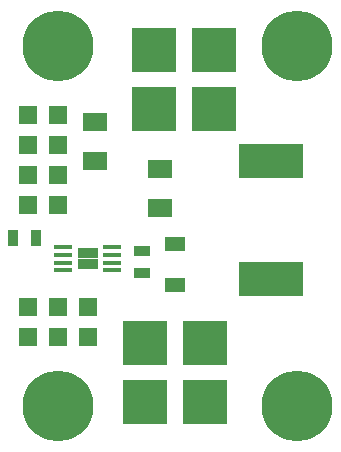
<source format=gbr>
G04 #@! TF.FileFunction,Soldermask,Bot*
%FSLAX46Y46*%
G04 Gerber Fmt 4.6, Leading zero omitted, Abs format (unit mm)*
G04 Created by KiCad (PCBNEW (2015-05-13 BZR 5653)-product) date 7. 1. 2016 10:07:51*
%MOMM*%
G01*
G04 APERTURE LIST*
%ADD10C,0.300000*%
%ADD11R,1.524000X1.524000*%
%ADD12R,1.397000X0.889000*%
%ADD13R,1.699260X1.300480*%
%ADD14R,3.810000X3.810000*%
%ADD15R,5.500000X3.000000*%
%ADD16C,6.000000*%
%ADD17R,0.889000X1.397000*%
%ADD18R,1.550000X0.420000*%
%ADD19R,0.840000X0.940000*%
%ADD20R,2.032000X1.524000*%
G04 APERTURE END LIST*
D10*
D11*
X129540000Y-96266000D03*
X127000000Y-96266000D03*
X132080000Y-93726000D03*
X132080000Y-96266000D03*
D12*
X136652000Y-88963500D03*
X136652000Y-90868500D03*
D13*
X139446000Y-91920060D03*
X139446000Y-88419940D03*
D14*
X136906000Y-101774000D03*
X136906000Y-96774000D03*
X141986000Y-101774000D03*
X141986000Y-96774000D03*
D11*
X127000000Y-77470000D03*
X129540000Y-77470000D03*
X127000000Y-80010000D03*
X129540000Y-80010000D03*
X127000000Y-82550000D03*
X129540000Y-82550000D03*
X127000000Y-85090000D03*
X129540000Y-85090000D03*
D14*
X142748000Y-71962000D03*
X142748000Y-76962000D03*
X137668000Y-71962000D03*
X137668000Y-76962000D03*
D15*
X147574000Y-81360000D03*
X147574000Y-91360000D03*
D16*
X149840000Y-102108000D03*
X149840000Y-71628000D03*
X129540000Y-71628000D03*
X129540000Y-102108000D03*
D12*
X132080000Y-94043500D03*
X132080000Y-95948500D03*
D17*
X127698500Y-87884000D03*
X125793500Y-87884000D03*
D18*
X129975000Y-90637000D03*
X129975000Y-89987000D03*
X129975000Y-89337000D03*
X129975000Y-88687000D03*
X134185000Y-88687000D03*
X134185000Y-89337000D03*
X134185000Y-89987000D03*
X134185000Y-90637000D03*
D19*
X132500000Y-89192000D03*
X132500000Y-90132000D03*
X131660000Y-89192000D03*
X131660000Y-90132000D03*
D11*
X129540000Y-93726000D03*
X127000000Y-93726000D03*
D20*
X132715000Y-81407000D03*
X132715000Y-78105000D03*
X138176000Y-82042000D03*
X138176000Y-85344000D03*
M02*

</source>
